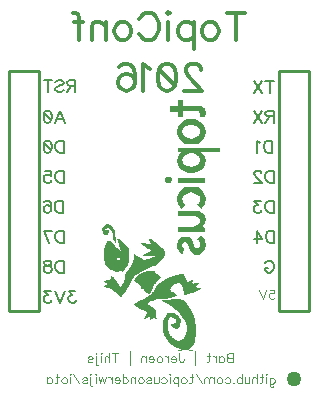
<source format=gbo>
G04 DipTrace 2.4.0.2*
%INiota.GBO*%
%MOMM*%
%ADD10C,0.25*%
%ADD12C,0.076*%
%ADD17C,0.356*%
%ADD18C,1.27*%
%ADD57C,0.157*%
%ADD58C,0.118*%
%FSLAX53Y53*%
G04*
G71*
G90*
G75*
G01*
%LNBotSilk*%
%LPD*%
X35411Y16996D2*
D10*
Y37316D1*
X32871Y16996D2*
X35411D1*
X32871D2*
Y37316D1*
X35411D1*
X12551Y16996D2*
Y37316D1*
X10011Y16996D2*
X12551D1*
X10011D2*
Y37316D1*
X12551D1*
D18*
X34141Y11281D3*
X24326Y34859D2*
D12*
X24630D1*
X24326Y34783D2*
X24630D1*
X24326Y34707D2*
X24630D1*
X24326Y34631D2*
X24630D1*
X24326Y34555D2*
X24630D1*
X24326Y34479D2*
X24630D1*
X23642Y34403D2*
X26226D1*
X23642Y34327D2*
X26334D1*
X23642Y34251D2*
X26419D1*
X23642Y34175D2*
X26478D1*
X23642Y34099D2*
X26518D1*
X23642Y34023D2*
X26551D1*
X24326Y33947D2*
X24630D1*
X26070D2*
X26576D1*
X24326Y33871D2*
X24630D1*
X26131D2*
X26589D1*
X24326Y33795D2*
X24630D1*
X26177D2*
X26587D1*
X24326Y33719D2*
X24630D1*
X26176D2*
X26572D1*
X24326Y33643D2*
X24630D1*
X26167D2*
X26554D1*
X24326Y33567D2*
X24630D1*
X26158D2*
X26540D1*
X24326Y33491D2*
X24630D1*
X26150D2*
X26530D1*
X25086Y33263D2*
X25694D1*
X24914Y33187D2*
X25866D1*
X24771Y33111D2*
X26011D1*
X24659Y33035D2*
X26130D1*
X24569Y32959D2*
X26232D1*
X24495Y32883D2*
X26314D1*
X24437Y32807D2*
X25025D1*
X25755D2*
X26376D1*
X24390Y32731D2*
X24905D1*
X25875D2*
X26426D1*
X24348Y32655D2*
X24806D1*
X25973D2*
X26467D1*
X24311Y32579D2*
X24730D1*
X26049D2*
X26500D1*
X24282Y32503D2*
X24677D1*
X26103D2*
X26527D1*
X24265Y32427D2*
X24640D1*
X26140D2*
X26554D1*
X24256Y32351D2*
X24611D1*
X26171D2*
X26577D1*
X24252Y32275D2*
X24589D1*
X26194D2*
X26589D1*
X24251Y32199D2*
X24597D1*
X26206D2*
X26587D1*
X24253Y32123D2*
X24612D1*
X26188D2*
X26573D1*
X24263Y32047D2*
X24633D1*
X26160D2*
X26554D1*
X24281Y31971D2*
X24663D1*
X26124D2*
X26538D1*
X24303Y31895D2*
X24710D1*
X26073D2*
X26519D1*
X24329Y31819D2*
X24791D1*
X25993D2*
X26488D1*
X24367Y31743D2*
X24923D1*
X25873D2*
X26446D1*
X24421Y31667D2*
X25131D1*
X25695D2*
X26400D1*
X24486Y31591D2*
X25426D1*
X25449D2*
X26346D1*
X24557Y31515D2*
X26275D1*
X24637Y31439D2*
X26183D1*
X24736Y31363D2*
X26067D1*
X24864Y31287D2*
X25926D1*
X25010Y31211D2*
X25770D1*
X24326Y30831D2*
X27822D1*
X24327Y30755D2*
X27822D1*
X24335Y30679D2*
X27822D1*
X24356Y30603D2*
X27822D1*
X24445Y30527D2*
X27822D1*
X24554Y30451D2*
X25347D1*
X25532D2*
X26199D1*
X24481Y30375D2*
X25119D1*
X25725D2*
X26300D1*
X24417Y30299D2*
X24947D1*
X25873D2*
X26379D1*
X24370Y30223D2*
X24823D1*
X25978D2*
X26442D1*
X24334Y30147D2*
X24734D1*
X26056D2*
X26488D1*
X24304Y30071D2*
X24670D1*
X26114D2*
X26522D1*
X24279Y29995D2*
X24622D1*
X26159D2*
X26552D1*
X24263Y29919D2*
X24585D1*
X26195D2*
X26576D1*
X24256Y29843D2*
X24581D1*
X26199D2*
X26589D1*
X24252Y29767D2*
X24594D1*
X26186D2*
X26587D1*
X24254Y29691D2*
X24620D1*
X26160D2*
X26573D1*
X24263Y29615D2*
X24653D1*
X26127D2*
X26554D1*
X24281Y29539D2*
X24694D1*
X26085D2*
X26538D1*
X24303Y29463D2*
X24744D1*
X26035D2*
X26519D1*
X24329Y29387D2*
X24863D1*
X25916D2*
X26488D1*
X24367Y29311D2*
X25065D1*
X25715D2*
X26446D1*
X24421Y29235D2*
X25382D1*
X25397D2*
X26397D1*
X24486Y29159D2*
X26336D1*
X24561Y29083D2*
X26253D1*
X24653Y29007D2*
X26147D1*
X24782Y28931D2*
X26007D1*
X24959Y28855D2*
X25825D1*
X25162Y28779D2*
X25618D1*
X23262Y28399D2*
X23642D1*
X23236Y28323D2*
X23677D1*
X24326D2*
X26530D1*
X23213Y28247D2*
X23698D1*
X24326D2*
X26530D1*
X23202Y28171D2*
X23707D1*
X24326D2*
X26530D1*
X23200Y28095D2*
X23700D1*
X24326D2*
X26530D1*
X23227Y28019D2*
X23676D1*
X24326D2*
X26530D1*
X23262Y27943D2*
X23642D1*
X24326D2*
X26530D1*
X24858Y27487D2*
X25922D1*
X24756Y27411D2*
X26056D1*
X24657Y27335D2*
X26167D1*
X24570Y27259D2*
X26249D1*
X24496Y27183D2*
X26316D1*
X24438Y27107D2*
X25180D1*
X25600D2*
X26374D1*
X24390Y27031D2*
X24996D1*
X25783D2*
X26424D1*
X24348Y26955D2*
X24853D1*
X25927D2*
X26465D1*
X24311Y26879D2*
X24751D1*
X26028D2*
X26499D1*
X24282Y26803D2*
X24676D1*
X26103D2*
X26527D1*
X24265Y26727D2*
X24641D1*
X26139D2*
X26554D1*
X24256Y26651D2*
X24612D1*
X26170D2*
X26577D1*
X24252Y26575D2*
X24589D1*
X26193D2*
X26589D1*
X24251Y26499D2*
X24597D1*
X26206D2*
X26587D1*
X24253Y26423D2*
X24613D1*
X26187D2*
X26573D1*
X24263Y26347D2*
X24635D1*
X26158D2*
X26554D1*
X24281Y26271D2*
X24672D1*
X26115D2*
X26539D1*
X24303Y26195D2*
X24725D1*
X26058D2*
X26522D1*
X24329Y26119D2*
X24789D1*
X25992D2*
X26498D1*
X24367Y26043D2*
X24858D1*
X25922D2*
X26464D1*
X24418Y25967D2*
X24782D1*
X25998D2*
X26420D1*
X24471Y25891D2*
X24706D1*
X26074D2*
X26362D1*
X24516Y25815D2*
X24630D1*
X26150D2*
X26296D1*
X24554Y25739D2*
D3*
X26226D2*
D3*
X24326Y25511D2*
X25998D1*
X24326Y25435D2*
X26144D1*
X24326Y25359D2*
X26263D1*
X24326Y25283D2*
X26358D1*
X24326Y25207D2*
X26432D1*
X24326Y25131D2*
X26484D1*
X25904Y25055D2*
X26520D1*
X26014Y24979D2*
X26551D1*
X26094Y24903D2*
X26574D1*
X26156Y24827D2*
X26586D1*
X26185Y24751D2*
X26571D1*
X26180Y24675D2*
X26553D1*
X26166Y24599D2*
X26538D1*
X26143Y24523D2*
X26519D1*
X26111Y24447D2*
X26485D1*
X18246Y24371D2*
X18398D1*
X26025D2*
X26433D1*
X18144Y24295D2*
X18509D1*
X25897D2*
X26370D1*
X18049Y24219D2*
X18607D1*
X25729D2*
X26302D1*
X17971Y24143D2*
X18291D1*
X18383D2*
X18691D1*
X24326D2*
X26407D1*
X17911Y24067D2*
X18137D1*
X18503D2*
X18762D1*
X24326D2*
X26485D1*
X17893Y23991D2*
X18067D1*
X18602D2*
X18819D1*
X24326D2*
X26509D1*
X17904Y23915D2*
X18047D1*
X18170D2*
X18322D1*
X18677D2*
X18863D1*
X24326D2*
X26521D1*
X17922Y23839D2*
X18074D1*
X18200D2*
X18354D1*
X18736D2*
X18895D1*
X24326D2*
X26527D1*
X17944Y23763D2*
X18154D1*
X18190D2*
X18374D1*
X18758D2*
X18914D1*
X24326D2*
X26530D1*
X17969Y23687D2*
X18360D1*
X18769D2*
X18923D1*
X17994Y23611D2*
X18341D1*
X18775D2*
X18927D1*
X18018Y23536D2*
X18322D1*
X18777D2*
X18929D1*
X18778Y23460D2*
X18930D1*
X18781Y23384D2*
X18933D1*
X26150D2*
X26302D1*
X18791Y23308D2*
X18943D1*
X24554D2*
X25238D1*
X26074D2*
X26366D1*
X18812Y23232D2*
X18961D1*
X24504D2*
X25311D1*
X25998D2*
X26420D1*
X18841Y23156D2*
X18980D1*
X19158D2*
D3*
X21818D2*
X21894D1*
X24453D2*
X25374D1*
X25922D2*
X26463D1*
X18876Y23080D2*
X18994D1*
X19184D2*
X19310D1*
X21856D2*
X22008D1*
X24402D2*
X25422D1*
X25995D2*
X26496D1*
X18914Y23004D2*
X19001D1*
X19210D2*
X19386D1*
X21900D2*
X22115D1*
X24354D2*
X25457D1*
X26061D2*
X26517D1*
X18322Y22928D2*
X18550D1*
X18958D2*
X19004D1*
X19234D2*
X19462D1*
X21944D2*
X22221D1*
X24314D2*
X24785D1*
X24916D2*
X25488D1*
X26116D2*
X26536D1*
X18275Y22852D2*
X18626D1*
X19006D2*
D3*
X19260D2*
X19541D1*
X21984D2*
X22324D1*
X24283D2*
X24718D1*
X25024D2*
X25516D1*
X26159D2*
X26558D1*
X18232Y22776D2*
X18702D1*
X19285D2*
X19627D1*
X21210D2*
X21286D1*
X22017D2*
X22425D1*
X24265D2*
X24661D1*
X25107D2*
X25541D1*
X26188D2*
X26579D1*
X18191Y22700D2*
X18778D1*
X19309D2*
X19721D1*
X21298D2*
X21849D1*
X22046D2*
X22527D1*
X24256D2*
X24608D1*
X25147D2*
X25567D1*
X26204D2*
X26590D1*
X18155Y22624D2*
X18854D1*
X19335D2*
X19816D1*
X21396D2*
X22629D1*
X24252D2*
X24554D1*
X25181D2*
X25593D1*
X26187D2*
X26588D1*
X18126Y22548D2*
X18930D1*
X19358D2*
X19902D1*
X21504D2*
X22726D1*
X24251D2*
X24592D1*
X25211D2*
X25621D1*
X26157D2*
X26573D1*
X18106Y22472D2*
X19006D1*
X19376D2*
X19973D1*
X21621D2*
X22818D1*
X24253D2*
X24626D1*
X25236D2*
X25656D1*
X26108D2*
X26554D1*
X18088Y22396D2*
X19082D1*
X19393D2*
X20029D1*
X21741D2*
X22896D1*
X24263D2*
X24665D1*
X25263D2*
X25740D1*
X26028D2*
X26539D1*
X18066Y22320D2*
X19158D1*
X19415D2*
X20050D1*
X21850D2*
X22957D1*
X24284D2*
X24705D1*
X25289D2*
X25858D1*
X25910D2*
X26519D1*
X18045Y22244D2*
X19234D1*
X19439D2*
X20061D1*
X21934D2*
X23007D1*
X24316D2*
X24737D1*
X25316D2*
X26485D1*
X18031Y22168D2*
X19310D1*
X19462D2*
X20067D1*
X22002D2*
X23050D1*
X24360D2*
X24729D1*
X25355D2*
X26433D1*
X18023Y22092D2*
X20069D1*
X21945D2*
X23089D1*
X24417D2*
X24694D1*
X25415D2*
X26363D1*
X18020Y22016D2*
X19422D1*
X19502D2*
X20069D1*
X21819D2*
X23122D1*
X24484D2*
X24660D1*
X25503D2*
X26269D1*
X18019Y21940D2*
X20070D1*
X21672D2*
X23148D1*
X24554D2*
X24630D1*
X25626D2*
X26143D1*
X18018Y21864D2*
X20070D1*
X20602D2*
D3*
X21518D2*
X23139D1*
X25770D2*
X25998D1*
X18018Y21788D2*
X20070D1*
X20602D2*
X20678D1*
X21362D2*
X23117D1*
X18018Y21712D2*
X20070D1*
X20602D2*
X20792D1*
X22339D2*
X23086D1*
X18021Y21636D2*
X20070D1*
X20599D2*
X20899D1*
X22299D2*
X23048D1*
X18031Y21560D2*
X20070D1*
X20589D2*
X21003D1*
X22192D2*
X23001D1*
X18049Y21484D2*
X19082D1*
X19386D2*
X20070D1*
X20571D2*
X21105D1*
X22030D2*
X22943D1*
X18069Y21408D2*
X19006D1*
X19462D2*
X20070D1*
X20549D2*
X21225D1*
X21786D2*
X22875D1*
X18085Y21332D2*
X19189D1*
X19279D2*
X20070D1*
X20526D2*
X21390D1*
X21449D2*
X22803D1*
X18101Y21256D2*
X20067D1*
X20500D2*
X22726D1*
X18123Y21180D2*
X20057D1*
X20475D2*
X22641D1*
X18147Y21104D2*
X20039D1*
X20450D2*
X22543D1*
X18170Y21028D2*
X20016D1*
X20422D2*
X22433D1*
X18199Y20952D2*
X19990D1*
X20389D2*
X22303D1*
X18235Y20876D2*
X19953D1*
X20350D2*
X22151D1*
X18286Y20800D2*
X19899D1*
X20304D2*
X21986D1*
X18367Y20724D2*
X19837D1*
X20248D2*
X21812D1*
X18489Y20648D2*
X19776D1*
X20188D2*
X21629D1*
X18654Y20572D2*
X19720D1*
X20126D2*
X21444D1*
X18858Y20496D2*
X19668D1*
X20061D2*
X21270D1*
X19082Y20420D2*
X19234D1*
X19614D2*
D3*
X19993D2*
X21111D1*
X21666D2*
X22274D1*
X19932Y20344D2*
X20973D1*
X21456D2*
X22309D1*
X19888Y20268D2*
X20861D1*
X21272D2*
X22333D1*
X19863Y20192D2*
X20767D1*
X21126D2*
X22502D1*
X19851Y20116D2*
X20683D1*
X21012D2*
X22555D1*
X24554D2*
X24706D1*
X19845Y20040D2*
X20607D1*
X20918D2*
X22628D1*
X24207D2*
X24753D1*
X18626Y19964D2*
D3*
X19840D2*
X20539D1*
X20837D2*
X22715D1*
X23903D2*
X24796D1*
X18640Y19888D2*
X18778D1*
X19830D2*
X20481D1*
X20768D2*
X22806D1*
X23655D2*
X24837D1*
X18667Y19812D2*
X18851D1*
X19811D2*
X20427D1*
X20710D2*
X22718D1*
X23455D2*
X24876D1*
X18702Y19736D2*
X18917D1*
X19789D2*
X20374D1*
X20656D2*
X22624D1*
X23290D2*
X24914D1*
X25542D2*
D3*
X18377Y19660D2*
X18975D1*
X19765D2*
X20326D1*
X20602D2*
X22531D1*
X23150D2*
X24953D1*
X25466D2*
D3*
X18018Y19584D2*
X19029D1*
X19737D2*
X20283D1*
X20713D2*
X22451D1*
X23026D2*
X24993D1*
X25300D2*
X25466D1*
X18197Y19508D2*
X19081D1*
X19705D2*
X20243D1*
X20811D2*
X22386D1*
X22914D2*
X24189D1*
X24372D2*
X25037D1*
X25121D2*
X25439D1*
X18375Y19432D2*
X19129D1*
X19669D2*
X20204D1*
X20898D2*
X22329D1*
X22809D2*
X24068D1*
X24464D2*
X25413D1*
X18550Y19356D2*
X19173D1*
X19632D2*
X20165D1*
X20978D2*
X22275D1*
X22709D2*
X23967D1*
X24527D2*
X25390D1*
X25694D2*
X25998D1*
X18363Y19280D2*
X19213D1*
X19594D2*
X20127D1*
X21053D2*
X22227D1*
X22619D2*
X23878D1*
X24580D2*
X25896D1*
X18187Y19204D2*
X19253D1*
X19551D2*
X20086D1*
X21118D2*
X22183D1*
X22546D2*
X23797D1*
X24629D2*
X25797D1*
X18018Y19128D2*
X19293D1*
X19491D2*
X20041D1*
X21163D2*
X22143D1*
X22485D2*
X23722D1*
X24668D2*
X25705D1*
X18371Y19052D2*
X19337D1*
X19408D2*
X19992D1*
X21191D2*
X22106D1*
X22429D2*
X23658D1*
X24700D2*
X25618D1*
X18609Y18976D2*
X19943D1*
X21362D2*
X22075D1*
X22379D2*
X23607D1*
X24729D2*
X26150D1*
X18770Y18900D2*
X19893D1*
X21403D2*
X22048D1*
X22335D2*
X23592D1*
X24753D2*
X26021D1*
X18818Y18824D2*
X19841D1*
X21457D2*
X22018D1*
X22292D2*
X23612D1*
X24771D2*
X25869D1*
X19006Y18748D2*
X19791D1*
X21522D2*
X21982D1*
X22246D2*
X23676D1*
X24789D2*
X25696D1*
X19047Y18672D2*
X19741D1*
X21593D2*
X21937D1*
X22196D2*
X23758D1*
X24810D2*
X25507D1*
X19101Y18596D2*
X19689D1*
X21667D2*
X21880D1*
X22146D2*
X23851D1*
X24831D2*
X25312D1*
X19169Y18520D2*
X19639D1*
X21742D2*
X21818D1*
X22090D2*
X23950D1*
X24846D2*
X25120D1*
X19252Y18444D2*
X19586D1*
X22017D2*
X24058D1*
X24858D2*
X24934D1*
X19352Y18368D2*
X19526D1*
X21920D2*
X24174D1*
X19462Y18292D2*
D3*
X21807D2*
X23861D1*
X21687Y18216D2*
X23559D1*
X21561Y18140D2*
X23262D1*
X21427Y18064D2*
X22292D1*
X23946D2*
X24402D1*
X21290Y17988D2*
X22108D1*
X23459D2*
X24583D1*
X21150Y17912D2*
X21962D1*
X22958D2*
X24721D1*
X21004Y17836D2*
X21848D1*
X23119D2*
X24821D1*
X20858Y17760D2*
X21754D1*
X23279D2*
X24893D1*
X20725Y17684D2*
X21670D1*
X23430D2*
X24956D1*
X20602Y17608D2*
X21590D1*
X23566D2*
X25018D1*
X20716Y17532D2*
X21753D1*
X23691D2*
X25078D1*
X20836Y17456D2*
X21918D1*
X23807D2*
X25133D1*
X20959Y17380D2*
X22067D1*
X23913D2*
X25185D1*
X21087Y17304D2*
X22181D1*
X24007D2*
X25237D1*
X21226Y17228D2*
X22257D1*
X24091D2*
X25285D1*
X21374Y17152D2*
X22313D1*
X24171D2*
X25329D1*
X21518Y17076D2*
X22332D1*
X24249D2*
X25369D1*
X21639Y17000D2*
X22342D1*
X24325D2*
X25408D1*
X21742Y16924D2*
X22347D1*
X24399D2*
X25447D1*
X21692Y16848D2*
X22349D1*
X23414D2*
X23946D1*
X24465D2*
X25485D1*
X21642Y16772D2*
X22349D1*
X23376D2*
X24068D1*
X24523D2*
X25522D1*
X21592Y16696D2*
X22350D1*
X23331D2*
X24182D1*
X24576D2*
X25558D1*
X21550Y16620D2*
X21742D1*
X21879D2*
X22350D1*
X23285D2*
X24279D1*
X24629D2*
X25589D1*
X21514Y16544D2*
X21590D1*
X21923D2*
X22134D1*
X22274D2*
X22350D1*
X23236D2*
X23569D1*
X23855D2*
X24352D1*
X24680D2*
X25615D1*
X21438Y16468D2*
D3*
X21949D2*
X22077D1*
X22426D2*
D3*
X23188D2*
X23506D1*
X23972D2*
X24405D1*
X24731D2*
X25642D1*
X21962Y16392D2*
X22024D1*
X23148D2*
X23461D1*
X24061D2*
X24441D1*
X24782D2*
X25666D1*
X21970Y16316D2*
D3*
X23116D2*
X23435D1*
X24128D2*
X24461D1*
X24832D2*
X25680D1*
X23087Y16240D2*
X23422D1*
X24151D2*
X24468D1*
X24882D2*
X25688D1*
X23063Y16164D2*
X23417D1*
X24165D2*
X24462D1*
X24931D2*
X25692D1*
X23047Y16088D2*
X23412D1*
X24148D2*
X24446D1*
X24969D2*
X25696D1*
X23040Y16012D2*
X23402D1*
X24074D2*
X24427D1*
X24994D2*
X25706D1*
X23036Y15936D2*
X23386D1*
X23718D2*
D3*
X23907D2*
X24411D1*
X25014D2*
X25724D1*
X23035Y15860D2*
X23376D1*
X23729D2*
X24394D1*
X25038D2*
X25744D1*
X23034Y15784D2*
X23381D1*
X23768D2*
X24370D1*
X25059D2*
X25757D1*
X23034Y15708D2*
X23393D1*
X23858D2*
X24337D1*
X25073D2*
X25764D1*
X23034Y15632D2*
X23404D1*
X23972D2*
X24296D1*
X25080D2*
X25768D1*
X23034Y15556D2*
X23409D1*
X24098D2*
X24250D1*
X25083D2*
X25769D1*
X23037Y15480D2*
X23412D1*
X25082D2*
X25769D1*
X23046Y15404D2*
X23416D1*
X25073D2*
X25770D1*
X23065Y15328D2*
X23426D1*
X25054D2*
X25770D1*
X23087Y15252D2*
X23448D1*
X25032D2*
X25770D1*
X23110Y15176D2*
X23480D1*
X25009D2*
X25769D1*
X23138Y15100D2*
X23524D1*
X24981D2*
X25767D1*
X23171Y15024D2*
X23579D1*
X24949D2*
X25757D1*
X23207Y14948D2*
X23636D1*
X24913D2*
X25739D1*
X23246Y14872D2*
X23692D1*
X24876D2*
X25719D1*
X23291Y14796D2*
X23757D1*
X24838D2*
X25706D1*
X23340Y14720D2*
X23839D1*
X24796D2*
X25699D1*
X23389Y14644D2*
X23945D1*
X24747D2*
X25693D1*
X23442Y14568D2*
X24101D1*
X24605D2*
X25682D1*
X23503Y14492D2*
X24339D1*
X24379D2*
X25663D1*
X23572Y14416D2*
X25640D1*
X23647Y14340D2*
X25615D1*
X23731Y14264D2*
X25579D1*
X23826Y14188D2*
X25535D1*
X23926Y14112D2*
X25489D1*
X24041Y14036D2*
X25434D1*
X24205Y13960D2*
X25366D1*
X24484Y13884D2*
X25150D1*
X24924Y13808D2*
X24787D1*
X24326Y34859D2*
Y34783D1*
Y34707D1*
Y34631D1*
Y34555D1*
Y34479D1*
Y34403D1*
X23642D1*
Y34327D1*
Y34251D1*
Y34175D1*
Y34099D1*
Y34023D1*
Y33947D1*
X24326D1*
Y33871D1*
Y33795D1*
Y33719D1*
Y33643D1*
Y33567D1*
Y33491D1*
X24630Y34859D2*
Y34783D1*
Y34707D1*
Y34631D1*
Y34555D1*
Y34479D1*
Y34403D1*
X26226D2*
X26334Y34327D1*
X26419Y34251D1*
X26478Y34175D1*
X26518Y34099D1*
X26551Y34023D1*
X26576Y33947D1*
X26589Y33871D1*
X26587Y33795D1*
X26572Y33719D1*
X26554Y33643D1*
X26540Y33567D1*
X26530Y33491D1*
X24630Y34023D2*
Y33947D1*
Y33871D1*
Y33795D1*
Y33719D1*
Y33643D1*
Y33567D1*
Y33491D1*
X25998Y34023D2*
X26070Y33947D1*
X26131Y33871D1*
X26177Y33795D1*
X26176Y33719D1*
X26167Y33643D1*
X26158Y33567D1*
X26150Y33491D1*
X25086Y33263D2*
X24914Y33187D1*
X24771Y33111D1*
X24659Y33035D1*
X24569Y32959D1*
X24495Y32883D1*
X24437Y32807D1*
X24390Y32731D1*
X24348Y32655D1*
X24311Y32579D1*
X24282Y32503D1*
X24265Y32427D1*
X24256Y32351D1*
X24252Y32275D1*
X24251Y32199D1*
X24253Y32123D1*
X24263Y32047D1*
X24281Y31971D1*
X24303Y31895D1*
X24329Y31819D1*
X24367Y31743D1*
X24421Y31667D1*
X24486Y31591D1*
X24557Y31515D1*
X24637Y31439D1*
X24736Y31363D1*
X24864Y31287D1*
X25010Y31211D1*
X25694Y33263D2*
X25866Y33187D1*
X26011Y33111D1*
X26130Y33035D1*
X26232Y32959D1*
X26314Y32883D1*
X26376Y32807D1*
X26426Y32731D1*
X26467Y32655D1*
X26500Y32579D1*
X26527Y32503D1*
X26554Y32427D1*
X26577Y32351D1*
X26589Y32275D1*
X26587Y32199D1*
X26573Y32123D1*
X26554Y32047D1*
X26538Y31971D1*
X26519Y31895D1*
X26488Y31819D1*
X26446Y31743D1*
X26400Y31667D1*
X26346Y31591D1*
X26275Y31515D1*
X26183Y31439D1*
X26067Y31363D1*
X25926Y31287D1*
X25770Y31211D1*
X25162Y32883D2*
X25025Y32807D1*
X24905Y32731D1*
X24806Y32655D1*
X24730Y32579D1*
X24677Y32503D1*
X24640Y32427D1*
X24611Y32351D1*
X24589Y32275D1*
X24597Y32199D1*
X24612Y32123D1*
X24633Y32047D1*
X24663Y31971D1*
X24710Y31895D1*
X24791Y31819D1*
X24923Y31743D1*
X25131Y31667D1*
X25426Y31591D1*
X25770Y31515D1*
X25618Y32883D2*
X25755Y32807D1*
X25875Y32731D1*
X25973Y32655D1*
X26049Y32579D1*
X26103Y32503D1*
X26140Y32427D1*
X26171Y32351D1*
X26194Y32275D1*
X26206Y32199D1*
X26188Y32123D1*
X26160Y32047D1*
X26124Y31971D1*
X26073Y31895D1*
X25993Y31819D1*
X25873Y31743D1*
X25695Y31667D1*
X25449Y31591D1*
X25162Y31515D1*
X24326Y30831D2*
X24327Y30755D1*
X24335Y30679D1*
X24356Y30603D1*
X24445Y30527D1*
X24554Y30451D1*
X24481Y30375D1*
X24417Y30299D1*
X24370Y30223D1*
X24334Y30147D1*
X24304Y30071D1*
X24279Y29995D1*
X24263Y29919D1*
X24256Y29843D1*
X24252Y29767D1*
X24254Y29691D1*
X24263Y29615D1*
X24281Y29539D1*
X24303Y29463D1*
X24329Y29387D1*
X24367Y29311D1*
X24421Y29235D1*
X24486Y29159D1*
X24561Y29083D1*
X24653Y29007D1*
X24782Y28931D1*
X24959Y28855D1*
X25162Y28779D1*
X27822Y30831D2*
Y30755D1*
Y30679D1*
Y30603D1*
Y30527D1*
X25618D2*
X25347Y30451D1*
X25119Y30375D1*
X24947Y30299D1*
X24823Y30223D1*
X24734Y30147D1*
X24670Y30071D1*
X24622Y29995D1*
X24585Y29919D1*
X24581Y29843D1*
X24594Y29767D1*
X24620Y29691D1*
X24653Y29615D1*
X24694Y29539D1*
X24744Y29463D1*
X24863Y29387D1*
X25065Y29311D1*
X25382Y29235D1*
X25770Y29159D1*
X25314Y30527D2*
X25532Y30451D1*
X25725Y30375D1*
X25873Y30299D1*
X25978Y30223D1*
X26056Y30147D1*
X26114Y30071D1*
X26159Y29995D1*
X26195Y29919D1*
X26199Y29843D1*
X26186Y29767D1*
X26160Y29691D1*
X26127Y29615D1*
X26085Y29539D1*
X26035Y29463D1*
X25916Y29387D1*
X25715Y29311D1*
X25397Y29235D1*
X25010Y29159D1*
X26074Y30527D2*
X26199Y30451D1*
X26300Y30375D1*
X26379Y30299D1*
X26442Y30223D1*
X26488Y30147D1*
X26522Y30071D1*
X26552Y29995D1*
X26576Y29919D1*
X26589Y29843D1*
X26587Y29767D1*
X26573Y29691D1*
X26554Y29615D1*
X26538Y29539D1*
X26519Y29463D1*
X26488Y29387D1*
X26446Y29311D1*
X26397Y29235D1*
X26336Y29159D1*
X26253Y29083D1*
X26147Y29007D1*
X26007Y28931D1*
X25825Y28855D1*
X25618Y28779D1*
X23262Y28399D2*
X23236Y28323D1*
X23213Y28247D1*
X23202Y28171D1*
X23200Y28095D1*
X23227Y28019D1*
X23262Y27943D1*
X23642Y28399D2*
X23677Y28323D1*
X23698Y28247D1*
X23707Y28171D1*
X23700Y28095D1*
X23676Y28019D1*
X23642Y27943D1*
X24326Y28323D2*
Y28247D1*
Y28171D1*
Y28095D1*
Y28019D1*
Y27943D1*
X26530Y28323D2*
Y28247D1*
Y28171D1*
Y28095D1*
Y28019D1*
Y27943D1*
X24858Y27487D2*
X24756Y27411D1*
X24657Y27335D1*
X24570Y27259D1*
X24496Y27183D1*
X24438Y27107D1*
X24390Y27031D1*
X24348Y26955D1*
X24311Y26879D1*
X24282Y26803D1*
X24265Y26727D1*
X24256Y26651D1*
X24252Y26575D1*
X24251Y26499D1*
X24253Y26423D1*
X24263Y26347D1*
X24281Y26271D1*
X24303Y26195D1*
X24329Y26119D1*
X24367Y26043D1*
X24418Y25967D1*
X24471Y25891D1*
X24516Y25815D1*
X24554Y25739D1*
X25922Y27487D2*
X26056Y27411D1*
X26167Y27335D1*
X26249Y27259D1*
X26316Y27183D1*
X26374Y27107D1*
X26424Y27031D1*
X26465Y26955D1*
X26499Y26879D1*
X26527Y26803D1*
X26554Y26727D1*
X26577Y26651D1*
X26589Y26575D1*
X26587Y26499D1*
X26573Y26423D1*
X26554Y26347D1*
X26539Y26271D1*
X26522Y26195D1*
X26498Y26119D1*
X26464Y26043D1*
X26420Y25967D1*
X26362Y25891D1*
X26296Y25815D1*
X26226Y25739D1*
X25390Y27183D2*
X25180Y27107D1*
X24996Y27031D1*
X24853Y26955D1*
X24751Y26879D1*
X24676Y26803D1*
X24641Y26727D1*
X24612Y26651D1*
X24589Y26575D1*
X24597Y26499D1*
X24613Y26423D1*
X24635Y26347D1*
X24672Y26271D1*
X24725Y26195D1*
X24789Y26119D1*
X24858Y26043D1*
X24782Y25967D1*
X24706Y25891D1*
X24630Y25815D1*
X24554Y25739D1*
X25390Y27183D2*
X25600Y27107D1*
X25783Y27031D1*
X25927Y26955D1*
X26028Y26879D1*
X26103Y26803D1*
X26139Y26727D1*
X26170Y26651D1*
X26193Y26575D1*
X26206Y26499D1*
X26187Y26423D1*
X26158Y26347D1*
X26115Y26271D1*
X26058Y26195D1*
X25992Y26119D1*
X25922Y26043D1*
X25998Y25967D1*
X26074Y25891D1*
X26150Y25815D1*
X26226Y25739D1*
X24326Y25511D2*
Y25435D1*
Y25359D1*
Y25283D1*
Y25207D1*
Y25131D1*
X25998Y25511D2*
X26144Y25435D1*
X26263Y25359D1*
X26358Y25283D1*
X26432Y25207D1*
X26484Y25131D1*
X26520Y25055D1*
X26551Y24979D1*
X26574Y24903D1*
X26586Y24827D1*
X26571Y24751D1*
X26553Y24675D1*
X26538Y24599D1*
X26519Y24523D1*
X26485Y24447D1*
X26433Y24371D1*
X26370Y24295D1*
X26302Y24219D1*
X26407Y24143D1*
X26485Y24067D1*
X26509Y23991D1*
X26521Y23915D1*
X26527Y23839D1*
X26530Y23763D1*
X25770Y25131D2*
X25904Y25055D1*
X26014Y24979D1*
X26094Y24903D1*
X26156Y24827D1*
X26185Y24751D1*
X26180Y24675D1*
X26166Y24599D1*
X26143Y24523D1*
X26111Y24447D1*
X26025Y24371D1*
X25897Y24295D1*
X25729Y24219D1*
X25542Y24143D1*
X18246Y24371D2*
X18144Y24295D1*
X18049Y24219D1*
X17971Y24143D1*
X17911Y24067D1*
X17893Y23991D1*
X17904Y23915D1*
X17922Y23839D1*
X17944Y23763D1*
X17969Y23687D1*
X17994Y23611D1*
X18018Y23536D1*
X18398Y24371D2*
X18509Y24295D1*
X18607Y24219D1*
X18691Y24143D1*
X18762Y24067D1*
X18819Y23991D1*
X18863Y23915D1*
X18895Y23839D1*
X18914Y23763D1*
X18923Y23687D1*
X18927Y23611D1*
X18929Y23536D1*
X18930Y23460D1*
X18933Y23384D1*
X18943Y23308D1*
X18961Y23232D1*
X18980Y23156D1*
X18994Y23080D1*
X19001Y23004D1*
X19004Y22928D1*
X19006Y22852D1*
X18474Y24219D2*
X18291Y24143D1*
X18137Y24067D1*
X18067Y23991D1*
X18047Y23915D1*
X18074Y23839D1*
X18154Y23763D1*
X18246Y23687D1*
Y24219D2*
X18383Y24143D1*
X18503Y24067D1*
X18602Y23991D1*
X18677Y23915D1*
X18736Y23839D1*
X18758Y23763D1*
X18769Y23687D1*
X18775Y23611D1*
X18777Y23536D1*
X18778Y23460D1*
X18781Y23384D1*
X18791Y23308D1*
X18812Y23232D1*
X18841Y23156D1*
X18876Y23080D1*
X18914Y23004D1*
X18958Y22928D1*
X19006Y22852D1*
X24326Y24143D2*
Y24067D1*
Y23991D1*
Y23915D1*
Y23839D1*
Y23763D1*
X18170Y23915D2*
X18200Y23839D1*
X18190Y23763D1*
X18170Y23687D1*
X18322Y23915D2*
X18354Y23839D1*
X18374Y23763D1*
X18360Y23687D1*
X18341Y23611D1*
X18322Y23536D1*
X26150Y23384D2*
X26074Y23308D1*
X25998Y23232D1*
X25922Y23156D1*
X25995Y23080D1*
X26061Y23004D1*
X26116Y22928D1*
X26159Y22852D1*
X26188Y22776D1*
X26204Y22700D1*
X26187Y22624D1*
X26157Y22548D1*
X26108Y22472D1*
X26028Y22396D1*
X25910Y22320D1*
X25770Y22244D1*
X26302Y23384D2*
X26366Y23308D1*
X26420Y23232D1*
X26463Y23156D1*
X26496Y23080D1*
X26517Y23004D1*
X26536Y22928D1*
X26558Y22852D1*
X26579Y22776D1*
X26590Y22700D1*
X26588Y22624D1*
X26573Y22548D1*
X26554Y22472D1*
X26539Y22396D1*
X26519Y22320D1*
X26485Y22244D1*
X26433Y22168D1*
X26363Y22092D1*
X26269Y22016D1*
X26143Y21940D1*
X25998Y21864D1*
X24554Y23308D2*
X24504Y23232D1*
X24453Y23156D1*
X24402Y23080D1*
X24354Y23004D1*
X24314Y22928D1*
X24283Y22852D1*
X24265Y22776D1*
X24256Y22700D1*
X24252Y22624D1*
X24251Y22548D1*
X24253Y22472D1*
X24263Y22396D1*
X24284Y22320D1*
X24316Y22244D1*
X24360Y22168D1*
X24417Y22092D1*
X24484Y22016D1*
X24554Y21940D1*
X25238Y23308D2*
X25311Y23232D1*
X25374Y23156D1*
X25422Y23080D1*
X25457Y23004D1*
X25488Y22928D1*
X25516Y22852D1*
X25541Y22776D1*
X25567Y22700D1*
X25593Y22624D1*
X25621Y22548D1*
X25656Y22472D1*
X25740Y22396D1*
X25858Y22320D1*
X25998Y22244D1*
X19158Y23156D2*
X19184Y23080D1*
X19210Y23004D1*
X19234Y22928D1*
X19260Y22852D1*
X19285Y22776D1*
X19309Y22700D1*
X19335Y22624D1*
X19358Y22548D1*
X19376Y22472D1*
X19393Y22396D1*
X19415Y22320D1*
X19439Y22244D1*
X19462Y22168D1*
X21818Y23156D2*
X21856Y23080D1*
X21900Y23004D1*
X21944Y22928D1*
X21984Y22852D1*
X22017Y22776D1*
X22046Y22700D1*
X21818Y22624D1*
X21894Y23156D2*
X22008Y23080D1*
X22115Y23004D1*
X22221Y22928D1*
X22324Y22852D1*
X22425Y22776D1*
X22527Y22700D1*
X22629Y22624D1*
X22726Y22548D1*
X22818Y22472D1*
X22896Y22396D1*
X22957Y22320D1*
X23007Y22244D1*
X23050Y22168D1*
X23089Y22092D1*
X23122Y22016D1*
X23148Y21940D1*
X23139Y21864D1*
X23117Y21788D1*
X23086Y21712D1*
X23048Y21636D1*
X23001Y21560D1*
X22943Y21484D1*
X22875Y21408D1*
X22803Y21332D1*
X22726Y21256D1*
X22641Y21180D1*
X22543Y21104D1*
X22433Y21028D1*
X22303Y20952D1*
X22151Y20876D1*
X21986Y20800D1*
X21812Y20724D1*
X21629Y20648D1*
X21444Y20572D1*
X21270Y20496D1*
X21111Y20420D1*
X20973Y20344D1*
X20861Y20268D1*
X20767Y20192D1*
X20683Y20116D1*
X20607Y20040D1*
X20539Y19964D1*
X20481Y19888D1*
X20427Y19812D1*
X20374Y19736D1*
X20326Y19660D1*
X20283Y19584D1*
X20243Y19508D1*
X20204Y19432D1*
X20165Y19356D1*
X20127Y19280D1*
X20086Y19204D1*
X20041Y19128D1*
X19992Y19052D1*
X19943Y18976D1*
X19893Y18900D1*
X19841Y18824D1*
X19791Y18748D1*
X19741Y18672D1*
X19689Y18596D1*
X19639Y18520D1*
X19586Y18444D1*
X19526Y18368D1*
X19462Y18292D1*
X19310Y23080D2*
X19386Y23004D1*
X19462Y22928D1*
X19541Y22852D1*
X19627Y22776D1*
X19721Y22700D1*
X19816Y22624D1*
X19902Y22548D1*
X19973Y22472D1*
X20029Y22396D1*
X20050Y22320D1*
X20061Y22244D1*
X20067Y22168D1*
X20069Y22092D1*
Y22016D1*
X20070Y21940D1*
Y21864D1*
Y21788D1*
Y21712D1*
Y21636D1*
Y21560D1*
Y21484D1*
Y21408D1*
Y21332D1*
X20067Y21256D1*
X20057Y21180D1*
X20039Y21104D1*
X20016Y21028D1*
X19990Y20952D1*
X19953Y20876D1*
X19899Y20800D1*
X19837Y20724D1*
X19776Y20648D1*
X19720Y20572D1*
X19668Y20496D1*
X19614Y20420D1*
X18322Y22928D2*
X18275Y22852D1*
X18232Y22776D1*
X18191Y22700D1*
X18155Y22624D1*
X18126Y22548D1*
X18106Y22472D1*
X18088Y22396D1*
X18066Y22320D1*
X18045Y22244D1*
X18031Y22168D1*
X18023Y22092D1*
X18020Y22016D1*
X18019Y21940D1*
X18018Y21864D1*
Y21788D1*
Y21712D1*
X18021Y21636D1*
X18031Y21560D1*
X18049Y21484D1*
X18069Y21408D1*
X18085Y21332D1*
X18101Y21256D1*
X18123Y21180D1*
X18147Y21104D1*
X18170Y21028D1*
X18199Y20952D1*
X18235Y20876D1*
X18286Y20800D1*
X18367Y20724D1*
X18489Y20648D1*
X18654Y20572D1*
X18858Y20496D1*
X19082Y20420D1*
X18550Y22928D2*
X18626Y22852D1*
X18702Y22776D1*
X18778Y22700D1*
X18854Y22624D1*
X18930Y22548D1*
X19006Y22472D1*
X19082Y22396D1*
X19158Y22320D1*
X19234Y22244D1*
X19310Y22168D1*
X24858Y23004D2*
X24785Y22928D1*
X24718Y22852D1*
X24661Y22776D1*
X24608Y22700D1*
X24554Y22624D1*
X24592Y22548D1*
X24626Y22472D1*
X24665Y22396D1*
X24705Y22320D1*
X24737Y22244D1*
X24729Y22168D1*
X24694Y22092D1*
X24660Y22016D1*
X24630Y21940D1*
X24782Y23004D2*
X24916Y22928D1*
X25024Y22852D1*
X25107Y22776D1*
X25147Y22700D1*
X25181Y22624D1*
X25211Y22548D1*
X25236Y22472D1*
X25263Y22396D1*
X25289Y22320D1*
X25316Y22244D1*
X25355Y22168D1*
X25415Y22092D1*
X25503Y22016D1*
X25626Y21940D1*
X25770Y21864D1*
X21210Y22776D2*
X21298Y22700D1*
X21396Y22624D1*
X21504Y22548D1*
X21621Y22472D1*
X21741Y22396D1*
X21850Y22320D1*
X21934Y22244D1*
X22002Y22168D1*
X21945Y22092D1*
X21819Y22016D1*
X21672Y21940D1*
X21518Y21864D1*
X21362Y21788D1*
X21286Y22776D2*
X21849Y22700D1*
X22426Y22624D1*
X19462Y22092D2*
X19422Y22016D1*
X19386Y21940D1*
X19462Y22092D2*
X19502Y22016D1*
X19538Y21940D1*
X20602Y21864D2*
Y21788D1*
Y21712D1*
X20599Y21636D1*
X20589Y21560D1*
X20571Y21484D1*
X20549Y21408D1*
X20526Y21332D1*
X20500Y21256D1*
X20475Y21180D1*
X20450Y21104D1*
X20422Y21028D1*
X20389Y20952D1*
X20350Y20876D1*
X20304Y20800D1*
X20248Y20724D1*
X20188Y20648D1*
X20126Y20572D1*
X20061Y20496D1*
X19993Y20420D1*
X19932Y20344D1*
X19888Y20268D1*
X19863Y20192D1*
X19851Y20116D1*
X19845Y20040D1*
X19840Y19964D1*
X19830Y19888D1*
X19811Y19812D1*
X19789Y19736D1*
X19765Y19660D1*
X19737Y19584D1*
X19705Y19508D1*
X19669Y19432D1*
X19632Y19356D1*
X19594Y19280D1*
X19551Y19204D1*
X19491Y19128D1*
X19408Y19052D1*
X19310Y18976D1*
X20678Y21788D2*
X20792Y21712D1*
X20899Y21636D1*
X21003Y21560D1*
X21105Y21484D1*
X21225Y21408D1*
X21390Y21332D1*
X21590Y21256D1*
X22350Y21788D2*
X22339Y21712D1*
X22299Y21636D1*
X22192Y21560D1*
X22030Y21484D1*
X21786Y21408D1*
X21449Y21332D1*
X21058Y21256D1*
X19158Y21560D2*
X19082Y21484D1*
X19006Y21408D1*
X19189Y21332D1*
X19386Y21256D1*
X19310Y21560D2*
X19386Y21484D1*
X19462Y21408D1*
X19279Y21332D1*
X19082Y21256D1*
X19310Y20496D2*
X19234Y20420D1*
X21666D2*
X21456Y20344D1*
X21272Y20268D1*
X21126Y20192D1*
X21012Y20116D1*
X20918Y20040D1*
X20837Y19964D1*
X20768Y19888D1*
X20710Y19812D1*
X20656Y19736D1*
X20602Y19660D1*
X20713Y19584D1*
X20811Y19508D1*
X20898Y19432D1*
X20978Y19356D1*
X21053Y19280D1*
X21118Y19204D1*
X21163Y19128D1*
X21191Y19052D1*
X21210Y18976D1*
X21362D1*
X21403Y18900D1*
X21457Y18824D1*
X21522Y18748D1*
X21593Y18672D1*
X21667Y18596D1*
X21742Y18520D1*
X22274Y20420D2*
X22309Y20344D1*
X22333Y20268D1*
X22350Y20192D1*
X22502D1*
X22555Y20116D1*
X22628Y20040D1*
X22715Y19964D1*
X22806Y19888D1*
X22718Y19812D1*
X22624Y19736D1*
X22531Y19660D1*
X22451Y19584D1*
X22386Y19508D1*
X22329Y19432D1*
X22275Y19356D1*
X22227Y19280D1*
X22183Y19204D1*
X22143Y19128D1*
X22106Y19052D1*
X22075Y18976D1*
X22048Y18900D1*
X22018Y18824D1*
X21982Y18748D1*
X21937Y18672D1*
X21880Y18596D1*
X21818Y18520D1*
X24554Y20116D2*
X24207Y20040D1*
X23903Y19964D1*
X23655Y19888D1*
X23455Y19812D1*
X23290Y19736D1*
X23150Y19660D1*
X23026Y19584D1*
X22914Y19508D1*
X22809Y19432D1*
X22709Y19356D1*
X22619Y19280D1*
X22546Y19204D1*
X22485Y19128D1*
X22429Y19052D1*
X22379Y18976D1*
X22335Y18900D1*
X22292Y18824D1*
X22246Y18748D1*
X22196Y18672D1*
X22146Y18596D1*
X22090Y18520D1*
X22017Y18444D1*
X21920Y18368D1*
X21807Y18292D1*
X21687Y18216D1*
X21561Y18140D1*
X21427Y18064D1*
X21290Y17988D1*
X21150Y17912D1*
X21004Y17836D1*
X20858Y17760D1*
X20725Y17684D1*
X20602Y17608D1*
X20716Y17532D1*
X20836Y17456D1*
X20959Y17380D1*
X21087Y17304D1*
X21226Y17228D1*
X21374Y17152D1*
X21518Y17076D1*
X21639Y17000D1*
X21742Y16924D1*
X21692Y16848D1*
X21642Y16772D1*
X21592Y16696D1*
X21550Y16620D1*
X21514Y16544D1*
X24706Y20116D2*
X24753Y20040D1*
X24796Y19964D1*
X24837Y19888D1*
X24876Y19812D1*
X24914Y19736D1*
X24953Y19660D1*
X24993Y19584D1*
X25037Y19508D1*
X25086Y19432D1*
X18626Y19964D2*
X18640Y19888D1*
X18667Y19812D1*
X18702Y19736D1*
X18377Y19660D1*
X18018Y19584D1*
X18197Y19508D1*
X18375Y19432D1*
X18550Y19356D1*
X18363Y19280D1*
X18187Y19204D1*
X18018Y19128D1*
X18371Y19052D1*
X18609Y18976D1*
X18770Y18900D1*
X18818Y18824D1*
X18854Y18748D1*
X19006D1*
X19047Y18672D1*
X19101Y18596D1*
X19169Y18520D1*
X19252Y18444D1*
X19352Y18368D1*
X19462Y18292D1*
X18778Y19888D2*
X18851Y19812D1*
X18917Y19736D1*
X18975Y19660D1*
X19029Y19584D1*
X19081Y19508D1*
X19129Y19432D1*
X19173Y19356D1*
X19213Y19280D1*
X19253Y19204D1*
X19293Y19128D1*
X19337Y19052D1*
X19386Y18976D1*
X25542Y19736D2*
X25466Y19660D2*
X25300Y19584D1*
X25121Y19508D1*
X24934Y19432D1*
X25466Y19584D2*
X25439Y19508D1*
X25413Y19432D1*
X25390Y19356D1*
X25618Y19280D1*
X24326Y19584D2*
X24189Y19508D1*
X24068Y19432D1*
X23967Y19356D1*
X23878Y19280D1*
X23797Y19204D1*
X23722Y19128D1*
X23658Y19052D1*
X23607Y18976D1*
X23592Y18900D1*
X23612Y18824D1*
X23676Y18748D1*
X23758Y18672D1*
X23851Y18596D1*
X23950Y18520D1*
X24058Y18444D1*
X24174Y18368D1*
X23861Y18292D1*
X23559Y18216D1*
X23262Y18140D1*
X24250Y19584D2*
X24372Y19508D1*
X24464Y19432D1*
X24527Y19356D1*
X24580Y19280D1*
X24629Y19204D1*
X24668Y19128D1*
X24700Y19052D1*
X24729Y18976D1*
X24753Y18900D1*
X24771Y18824D1*
X24789Y18748D1*
X24810Y18672D1*
X24831Y18596D1*
X24846Y18520D1*
X24858Y18444D1*
X25694Y19356D2*
X25618Y19280D1*
X25998Y19356D2*
X25896Y19280D1*
X25797Y19204D1*
X25705Y19128D1*
X25618Y19052D1*
X26150Y18976D1*
X26021Y18900D1*
X25869Y18824D1*
X25696Y18748D1*
X25507Y18672D1*
X25312Y18596D1*
X25120Y18520D1*
X24934Y18444D1*
X22502Y18140D2*
X22292Y18064D1*
X22108Y17988D1*
X21962Y17912D1*
X21848Y17836D1*
X21754Y17760D1*
X21670Y17684D1*
X21590Y17608D1*
X21753Y17532D1*
X21918Y17456D1*
X22067Y17380D1*
X22181Y17304D1*
X22257Y17228D1*
X22313Y17152D1*
X22332Y17076D1*
X22342Y17000D1*
X22347Y16924D1*
X22349Y16848D1*
Y16772D1*
X22350Y16696D1*
Y16620D1*
Y16544D1*
X23946Y18064D2*
X23459Y17988D1*
X22958Y17912D1*
X23119Y17836D1*
X23279Y17760D1*
X23430Y17684D1*
X23566Y17608D1*
X23691Y17532D1*
X23807Y17456D1*
X23913Y17380D1*
X24007Y17304D1*
X24091Y17228D1*
X24171Y17152D1*
X24249Y17076D1*
X24325Y17000D1*
X24399Y16924D1*
X24465Y16848D1*
X24523Y16772D1*
X24576Y16696D1*
X24629Y16620D1*
X24680Y16544D1*
X24731Y16468D1*
X24782Y16392D1*
X24832Y16316D1*
X24882Y16240D1*
X24931Y16164D1*
X24969Y16088D1*
X24994Y16012D1*
X25014Y15936D1*
X25038Y15860D1*
X25059Y15784D1*
X25073Y15708D1*
X25080Y15632D1*
X25083Y15556D1*
X25082Y15480D1*
X25073Y15404D1*
X25054Y15328D1*
X25032Y15252D1*
X25009Y15176D1*
X24981Y15100D1*
X24949Y15024D1*
X24913Y14948D1*
X24876Y14872D1*
X24838Y14796D1*
X24796Y14720D1*
X24747Y14644D1*
X24605Y14568D1*
X24379Y14492D1*
X24098Y14416D1*
X24402Y18064D2*
X24583Y17988D1*
X24721Y17912D1*
X24821Y17836D1*
X24893Y17760D1*
X24956Y17684D1*
X25018Y17608D1*
X25078Y17532D1*
X25133Y17456D1*
X25185Y17380D1*
X25237Y17304D1*
X25285Y17228D1*
X25329Y17152D1*
X25369Y17076D1*
X25408Y17000D1*
X25447Y16924D1*
X25485Y16848D1*
X25522Y16772D1*
X25558Y16696D1*
X25589Y16620D1*
X25615Y16544D1*
X25642Y16468D1*
X25666Y16392D1*
X25680Y16316D1*
X25688Y16240D1*
X25692Y16164D1*
X25696Y16088D1*
X25706Y16012D1*
X25724Y15936D1*
X25744Y15860D1*
X25757Y15784D1*
X25764Y15708D1*
X25768Y15632D1*
X25769Y15556D1*
Y15480D1*
X25770Y15404D1*
Y15328D1*
Y15252D1*
X25769Y15176D1*
X25767Y15100D1*
X25757Y15024D1*
X25739Y14948D1*
X25719Y14872D1*
X25706Y14796D1*
X25699Y14720D1*
X25693Y14644D1*
X25682Y14568D1*
X25663Y14492D1*
X25640Y14416D1*
X25615Y14340D1*
X25579Y14264D1*
X25535Y14188D1*
X25489Y14112D1*
X25434Y14036D1*
X25366Y13960D1*
X25150Y13884D1*
X24787Y13808D1*
X24326Y13732D1*
X23414Y16848D2*
X23376Y16772D1*
X23331Y16696D1*
X23285Y16620D1*
X23236Y16544D1*
X23188Y16468D1*
X23148Y16392D1*
X23116Y16316D1*
X23087Y16240D1*
X23063Y16164D1*
X23047Y16088D1*
X23040Y16012D1*
X23036Y15936D1*
X23035Y15860D1*
X23034Y15784D1*
Y15708D1*
Y15632D1*
Y15556D1*
X23037Y15480D1*
X23046Y15404D1*
X23065Y15328D1*
X23087Y15252D1*
X23110Y15176D1*
X23138Y15100D1*
X23171Y15024D1*
X23207Y14948D1*
X23246Y14872D1*
X23291Y14796D1*
X23340Y14720D1*
X23389Y14644D1*
X23442Y14568D1*
X23503Y14492D1*
X23572Y14416D1*
X23647Y14340D1*
X23731Y14264D1*
X23826Y14188D1*
X23926Y14112D1*
X24041Y14036D1*
X24205Y13960D1*
X24484Y13884D1*
X24924Y13808D1*
X25466Y13732D1*
X23946Y16848D2*
X24068Y16772D1*
X24182Y16696D1*
X24279Y16620D1*
X24352Y16544D1*
X24405Y16468D1*
X24441Y16392D1*
X24461Y16316D1*
X24468Y16240D1*
X24462Y16164D1*
X24446Y16088D1*
X24427Y16012D1*
X24411Y15936D1*
X24394Y15860D1*
X24370Y15784D1*
X24337Y15708D1*
X24296Y15632D1*
X24250Y15556D1*
X21894Y16696D2*
X21742Y16620D1*
X21590Y16544D1*
X21438Y16468D1*
X21818Y16696D2*
X21879Y16620D1*
X21923Y16544D1*
X21949Y16468D1*
X21962Y16392D1*
X21970Y16316D1*
X22198Y16620D2*
X22134Y16544D1*
X22077Y16468D1*
X22024Y16392D1*
X21970Y16316D1*
X22122Y16620D2*
X22274Y16544D1*
X22426Y16468D1*
X23642Y16620D2*
X23569Y16544D1*
X23506Y16468D1*
X23461Y16392D1*
X23435Y16316D1*
X23422Y16240D1*
X23417Y16164D1*
X23412Y16088D1*
X23402Y16012D1*
X23386Y15936D1*
X23376Y15860D1*
X23381Y15784D1*
X23393Y15708D1*
X23404Y15632D1*
X23409Y15556D1*
X23412Y15480D1*
X23416Y15404D1*
X23426Y15328D1*
X23448Y15252D1*
X23480Y15176D1*
X23524Y15100D1*
X23579Y15024D1*
X23636Y14948D1*
X23692Y14872D1*
X23757Y14796D1*
X23839Y14720D1*
X23945Y14644D1*
X24101Y14568D1*
X24339Y14492D1*
X24630Y14416D1*
X23718Y16620D2*
X23855Y16544D1*
X23972Y16468D1*
X24061Y16392D1*
X24128Y16316D1*
X24151Y16240D1*
X24165Y16164D1*
X24148Y16088D1*
X24074Y16012D1*
X23907Y15936D1*
X23718Y15860D1*
Y15936D2*
X23729Y15860D1*
X23768Y15784D1*
X23858Y15708D1*
X23972Y15632D1*
X24098Y15556D1*
X29230Y42256D2*
D17*
Y39959D1*
X29996Y42256D2*
X28464D1*
X27212Y41490D2*
X27430Y41382D1*
X27650Y41162D1*
X27758Y40833D1*
Y40616D1*
X27650Y40287D1*
X27430Y40070D1*
X27212Y39959D1*
X26884D1*
X26664Y40070D1*
X26447Y40287D1*
X26336Y40616D1*
Y40833D1*
X26447Y41162D1*
X26664Y41382D1*
X26884Y41490D1*
X27212D1*
X25630D2*
Y39193D1*
Y41162D2*
X25410Y41379D1*
X25193Y41490D1*
X24864D1*
X24644Y41379D1*
X24427Y41162D1*
X24316Y40833D1*
Y40613D1*
X24427Y40287D1*
X24644Y40068D1*
X24864Y39959D1*
X25193D1*
X25410Y40068D1*
X25630Y40287D1*
X23610Y42256D2*
X23501Y42147D1*
X23390Y42256D1*
X23501Y42367D1*
X23610Y42256D1*
X23501Y41490D2*
Y39959D1*
X21044Y41710D2*
X21153Y41927D1*
X21373Y42147D1*
X21590Y42256D1*
X22027D1*
X22247Y42147D1*
X22464Y41927D1*
X22576Y41710D1*
X22684Y41382D1*
Y40833D1*
X22576Y40507D1*
X22464Y40287D1*
X22247Y40070D1*
X22027Y39959D1*
X21590D1*
X21373Y40070D1*
X21153Y40287D1*
X21044Y40507D1*
X19792Y41490D2*
X20010Y41382D1*
X20230Y41162D1*
X20338Y40833D1*
Y40616D1*
X20230Y40287D1*
X20010Y40070D1*
X19792Y39959D1*
X19464D1*
X19244Y40070D1*
X19027Y40287D1*
X18916Y40616D1*
Y40833D1*
X19027Y41162D1*
X19244Y41382D1*
X19464Y41490D1*
X19792D1*
X18210D2*
Y39959D1*
Y41053D2*
X17881Y41382D1*
X17661Y41490D1*
X17335D1*
X17116Y41382D1*
X17007Y41053D1*
Y39959D1*
X15427Y42256D2*
X15644D1*
X15864Y42147D1*
X15973Y41819D1*
Y39959D1*
X16301Y41490D2*
X15535D1*
X32063Y11366D2*
D58*
Y10783D1*
X32099Y10674D1*
X32135Y10637D1*
X32209Y10601D1*
X32318D1*
X32390Y10637D1*
X32063Y11257D2*
X32135Y11329D1*
X32209Y11366D1*
X32318D1*
X32390Y11329D1*
X32464Y11257D1*
X32500Y11147D1*
Y11074D1*
X32464Y10965D1*
X32390Y10892D1*
X32318Y10856D1*
X32209D1*
X32135Y10892D1*
X32063Y10965D1*
X31828Y11658D2*
X31791Y11622D1*
X31754Y11658D1*
X31791Y11695D1*
X31828Y11658D1*
X31791Y11403D2*
Y10892D1*
X31409Y11658D2*
Y11038D1*
X31373Y10929D1*
X31300Y10892D1*
X31228D1*
X31519Y11403D2*
X31264D1*
X30992Y11658D2*
Y10892D1*
Y11257D2*
X30883Y11366D1*
X30809Y11403D1*
X30700D1*
X30628Y11366D1*
X30591Y11257D1*
Y10892D1*
X30356Y11403D2*
Y11038D1*
X30320Y10929D1*
X30247Y10892D1*
X30137D1*
X30065Y10929D1*
X29955Y11038D1*
Y11403D2*
Y10892D1*
X29720Y11658D2*
Y10892D1*
Y11293D2*
X29646Y11366D1*
X29574Y11403D1*
X29465D1*
X29392Y11366D1*
X29319Y11293D1*
X29283Y11184D1*
Y11111D1*
X29319Y11002D1*
X29392Y10929D1*
X29465Y10892D1*
X29574D1*
X29646Y10929D1*
X29720Y11002D1*
X29011Y10965D2*
X29047Y10928D1*
X29011Y10892D1*
X28974Y10928D1*
X29011Y10965D1*
X28301Y11293D2*
X28374Y11366D1*
X28447Y11403D1*
X28556D1*
X28629Y11366D1*
X28702Y11293D1*
X28739Y11184D1*
Y11111D1*
X28702Y11002D1*
X28629Y10929D1*
X28556Y10892D1*
X28447D1*
X28374Y10929D1*
X28301Y11002D1*
X27884Y11403D2*
X27956Y11366D1*
X28029Y11293D1*
X28065Y11184D1*
Y11111D1*
X28029Y11002D1*
X27956Y10929D1*
X27884Y10892D1*
X27774D1*
X27701Y10929D1*
X27628Y11002D1*
X27591Y11111D1*
Y11184D1*
X27628Y11293D1*
X27701Y11366D1*
X27774Y11403D1*
X27884D1*
X27356D2*
Y10892D1*
Y11257D2*
X27246Y11366D1*
X27173Y11403D1*
X27065D1*
X26991Y11366D1*
X26955Y11257D1*
Y10892D1*
Y11257D2*
X26846Y11366D1*
X26772Y11403D1*
X26664D1*
X26590Y11366D1*
X26553Y11257D1*
Y10892D1*
X26318D2*
X25807Y11657D1*
X25463Y11658D2*
Y11038D1*
X25426Y10929D1*
X25353Y10892D1*
X25281D1*
X25572Y11403D2*
X25317D1*
X24864D2*
X24936Y11366D1*
X25009Y11293D1*
X25045Y11184D1*
Y11111D1*
X25009Y11002D1*
X24936Y10929D1*
X24864Y10892D1*
X24754D1*
X24681Y10929D1*
X24608Y11002D1*
X24571Y11111D1*
Y11184D1*
X24608Y11293D1*
X24681Y11366D1*
X24754Y11403D1*
X24864D1*
X24336D2*
Y10637D1*
Y11293D2*
X24263Y11366D1*
X24190Y11403D1*
X24081D1*
X24007Y11366D1*
X23935Y11293D1*
X23898Y11184D1*
Y11110D1*
X23935Y11002D1*
X24007Y10928D1*
X24081Y10892D1*
X24190D1*
X24263Y10928D1*
X24336Y11002D1*
X23663Y11658D2*
X23626Y11622D1*
X23589Y11658D1*
X23626Y11695D1*
X23663Y11658D1*
X23626Y11403D2*
Y10892D1*
X22916Y11293D2*
X22989Y11366D1*
X23063Y11403D1*
X23171D1*
X23245Y11366D1*
X23317Y11293D1*
X23354Y11184D1*
Y11111D1*
X23317Y11002D1*
X23245Y10929D1*
X23171Y10892D1*
X23063D1*
X22989Y10929D1*
X22916Y11002D1*
X22681Y11403D2*
Y11038D1*
X22645Y10929D1*
X22571Y10892D1*
X22462D1*
X22389Y10929D1*
X22280Y11038D1*
Y11403D2*
Y10892D1*
X21644Y11293D2*
X21680Y11366D1*
X21789Y11403D1*
X21899D1*
X22008Y11366D1*
X22045Y11293D1*
X22008Y11221D1*
X21935Y11184D1*
X21753Y11147D1*
X21680Y11111D1*
X21644Y11038D1*
Y11002D1*
X21680Y10929D1*
X21789Y10892D1*
X21899D1*
X22008Y10929D1*
X22045Y11002D1*
X21226Y11403D2*
X21299Y11366D1*
X21372Y11293D1*
X21408Y11184D1*
Y11111D1*
X21372Y11002D1*
X21299Y10929D1*
X21226Y10892D1*
X21117D1*
X21044Y10929D1*
X20971Y11002D1*
X20934Y11111D1*
Y11184D1*
X20971Y11293D1*
X21044Y11366D1*
X21117Y11403D1*
X21226D1*
X20699D2*
Y10892D1*
Y11257D2*
X20589Y11366D1*
X20516Y11403D1*
X20407D1*
X20334Y11366D1*
X20298Y11257D1*
Y10892D1*
X19625Y11658D2*
Y10892D1*
Y11293D2*
X19698Y11366D1*
X19771Y11403D1*
X19881D1*
X19953Y11366D1*
X20026Y11293D1*
X20063Y11184D1*
Y11111D1*
X20026Y11002D1*
X19953Y10929D1*
X19881Y10892D1*
X19771D1*
X19698Y10929D1*
X19625Y11002D1*
X19390Y11184D2*
X18953D1*
Y11257D1*
X18989Y11330D1*
X19025Y11366D1*
X19099Y11403D1*
X19208D1*
X19281Y11366D1*
X19354Y11293D1*
X19390Y11184D1*
Y11111D1*
X19354Y11002D1*
X19281Y10929D1*
X19208Y10892D1*
X19099D1*
X19025Y10929D1*
X18953Y11002D1*
X18718Y11403D2*
Y10892D1*
Y11184D2*
X18681Y11293D1*
X18608Y11366D1*
X18535Y11403D1*
X18425D1*
X18190D2*
X18044Y10892D1*
X17899Y11403D1*
X17753Y10892D1*
X17607Y11403D1*
X17372Y11658D2*
X17336Y11622D1*
X17299Y11658D1*
X17336Y11695D1*
X17372Y11658D1*
X17336Y11403D2*
Y10892D1*
X16918Y11659D2*
X16881Y11622D1*
X16844Y11659D1*
X16881Y11695D1*
X16918Y11659D1*
X16881Y11403D2*
Y10784D1*
X16918Y10674D1*
X16990Y10638D1*
X17063D1*
X16208Y11293D2*
X16244Y11366D1*
X16354Y11403D1*
X16463D1*
X16573Y11366D1*
X16609Y11293D1*
X16573Y11221D1*
X16500Y11184D1*
X16318Y11147D1*
X16244Y11111D1*
X16208Y11038D1*
Y11002D1*
X16244Y10929D1*
X16354Y10892D1*
X16463D1*
X16573Y10929D1*
X16609Y11002D1*
X15973Y10892D2*
X15462Y11657D1*
X15227Y11658D2*
X15191Y11622D1*
X15154Y11658D1*
X15191Y11695D1*
X15227Y11658D1*
X15191Y11403D2*
Y10892D1*
X14737Y11403D2*
X14809Y11366D1*
X14882Y11293D1*
X14919Y11184D1*
Y11111D1*
X14882Y11002D1*
X14809Y10929D1*
X14737Y10892D1*
X14627D1*
X14554Y10929D1*
X14481Y11002D1*
X14444Y11111D1*
Y11184D1*
X14481Y11293D1*
X14554Y11366D1*
X14627Y11403D1*
X14737D1*
X14100Y11658D2*
Y11038D1*
X14063Y10929D1*
X13990Y10892D1*
X13918D1*
X14209Y11403D2*
X13954D1*
X13245D2*
Y10892D1*
Y11293D2*
X13318Y11366D1*
X13391Y11403D1*
X13499D1*
X13573Y11366D1*
X13645Y11293D1*
X13682Y11184D1*
Y11111D1*
X13645Y11002D1*
X13573Y10929D1*
X13499Y10892D1*
X13391D1*
X13318Y10929D1*
X13245Y11002D1*
X32062Y36533D2*
D57*
Y35512D1*
X32402Y36533D2*
X31722D1*
X31408D2*
X30727Y35512D1*
Y36533D2*
X31408Y35512D1*
X32402Y33506D2*
X31965D1*
X31819Y33556D1*
X31770Y33604D1*
X31722Y33701D1*
Y33798D1*
X31770Y33895D1*
X31819Y33944D1*
X31965Y33993D1*
X32402D1*
Y32972D1*
X32062Y33506D2*
X31722Y32972D1*
X31408Y33993D2*
X30727Y32972D1*
Y33993D2*
X31408Y32972D1*
X32283Y31453D2*
Y30432D1*
X31942D1*
X31796Y30481D1*
X31699Y30578D1*
X31650Y30676D1*
X31602Y30820D1*
Y31064D1*
X31650Y31210D1*
X31699Y31307D1*
X31796Y31404D1*
X31942Y31453D1*
X32283D1*
X31288Y31257D2*
X31191Y31307D1*
X31045Y31452D1*
Y30432D1*
X32402Y28913D2*
Y27892D1*
X32062D1*
X31916Y27941D1*
X31818Y28038D1*
X31770Y28136D1*
X31722Y28280D1*
Y28524D1*
X31770Y28670D1*
X31818Y28767D1*
X31916Y28864D1*
X32062Y28913D1*
X32402D1*
X31358Y28669D2*
Y28717D1*
X31310Y28815D1*
X31262Y28863D1*
X31164Y28912D1*
X30970D1*
X30873Y28863D1*
X30825Y28815D1*
X30776Y28717D1*
Y28621D1*
X30825Y28523D1*
X30922Y28378D1*
X31408Y27892D1*
X30727D1*
X32402Y26373D2*
Y25352D1*
X32062D1*
X31916Y25401D1*
X31818Y25498D1*
X31770Y25596D1*
X31722Y25740D1*
Y25984D1*
X31770Y26130D1*
X31818Y26227D1*
X31916Y26324D1*
X32062Y26373D1*
X32402D1*
X31310Y26372D2*
X30777D1*
X31068Y25983D1*
X30922D1*
X30825Y25935D1*
X30777Y25886D1*
X30727Y25740D1*
Y25644D1*
X30777Y25498D1*
X30873Y25400D1*
X31019Y25352D1*
X31165D1*
X31310Y25400D1*
X31358Y25450D1*
X31408Y25546D1*
X32450Y23833D2*
Y22812D1*
X32110D1*
X31964Y22861D1*
X31866Y22958D1*
X31818Y23056D1*
X31770Y23200D1*
Y23444D1*
X31818Y23590D1*
X31866Y23687D1*
X31964Y23784D1*
X32110Y23833D1*
X32450D1*
X30970Y22812D2*
Y23832D1*
X31456Y23152D1*
X30727D1*
X31680Y21050D2*
X31728Y21147D1*
X31826Y21244D1*
X31922Y21293D1*
X32117D1*
X32214Y21244D1*
X32311Y21147D1*
X32360Y21050D1*
X32409Y20904D1*
Y20660D1*
X32360Y20516D1*
X32311Y20418D1*
X32214Y20321D1*
X32117Y20272D1*
X31922D1*
X31826Y20321D1*
X31728Y20418D1*
X31680Y20516D1*
Y20660D1*
X31922D1*
X32075Y18838D2*
D58*
X32439D1*
X32475Y18510D1*
X32439Y18547D1*
X32330Y18584D1*
X32221D1*
X32112Y18547D1*
X32038Y18474D1*
X32002Y18365D1*
Y18292D1*
X32038Y18183D1*
X32112Y18109D1*
X32221Y18073D1*
X32330D1*
X32439Y18109D1*
X32475Y18147D1*
X32512Y18219D1*
X31767Y18839D2*
X31475Y18073D1*
X31184Y18839D1*
X15616Y36099D2*
D57*
X15180D1*
X15034Y36149D1*
X14984Y36197D1*
X14936Y36293D1*
Y36391D1*
X14984Y36488D1*
X15034Y36537D1*
X15180Y36585D1*
X15616D1*
Y35565D1*
X15276Y36099D2*
X14936Y35565D1*
X13942Y36439D2*
X14038Y36537D1*
X14184Y36585D1*
X14378D1*
X14524Y36537D1*
X14622Y36439D1*
Y36343D1*
X14573Y36245D1*
X14524Y36197D1*
X14428Y36149D1*
X14136Y36051D1*
X14038Y36003D1*
X13990Y35953D1*
X13942Y35857D1*
Y35711D1*
X14038Y35614D1*
X14184Y35565D1*
X14378D1*
X14524Y35614D1*
X14622Y35711D1*
X13288Y36585D2*
Y35565D1*
X13628Y36585D2*
X12947D1*
X13942Y32972D2*
X14331Y33993D1*
X14720Y32972D1*
X14574Y33312D2*
X14088D1*
X13336Y33992D2*
X13482Y33943D1*
X13580Y33797D1*
X13628Y33555D1*
Y33409D1*
X13580Y33166D1*
X13482Y33020D1*
X13336Y32972D1*
X13239D1*
X13093Y33020D1*
X12997Y33166D1*
X12947Y33409D1*
Y33555D1*
X12997Y33797D1*
X13093Y33943D1*
X13239Y33992D1*
X13336D1*
X12997Y33797D2*
X13580Y33166D1*
X14622Y31453D2*
Y30432D1*
X14282D1*
X14136Y30481D1*
X14038Y30578D1*
X13990Y30676D1*
X13942Y30820D1*
Y31064D1*
X13990Y31210D1*
X14038Y31307D1*
X14136Y31404D1*
X14282Y31453D1*
X14622D1*
X13336Y31452D2*
X13482Y31403D1*
X13580Y31257D1*
X13628Y31015D1*
Y30869D1*
X13580Y30626D1*
X13482Y30480D1*
X13336Y30432D1*
X13239D1*
X13093Y30480D1*
X12997Y30626D1*
X12947Y30869D1*
Y31015D1*
X12997Y31257D1*
X13093Y31403D1*
X13239Y31452D1*
X13336D1*
X12997Y31257D2*
X13580Y30626D1*
X14573Y26373D2*
Y25352D1*
X14232D1*
X14086Y25401D1*
X13989Y25498D1*
X13940Y25596D1*
X13892Y25740D1*
Y25984D1*
X13940Y26130D1*
X13989Y26227D1*
X14086Y26324D1*
X14232Y26373D1*
X14573D1*
X12996Y26227D2*
X13044Y26323D1*
X13190Y26372D1*
X13286D1*
X13432Y26323D1*
X13530Y26177D1*
X13578Y25935D1*
Y25692D1*
X13530Y25498D1*
X13432Y25400D1*
X13286Y25352D1*
X13238D1*
X13093Y25400D1*
X12996Y25498D1*
X12947Y25644D1*
Y25692D1*
X12996Y25838D1*
X13093Y25935D1*
X13238Y25983D1*
X13286D1*
X13432Y25935D1*
X13530Y25838D1*
X13578Y25692D1*
X14622Y23833D2*
Y22812D1*
X14282D1*
X14136Y22861D1*
X14038Y22958D1*
X13990Y23056D1*
X13942Y23200D1*
Y23444D1*
X13990Y23590D1*
X14038Y23687D1*
X14136Y23784D1*
X14282Y23833D1*
X14622D1*
X13434Y22812D2*
X12947Y23832D1*
X13628D1*
X14621Y21293D2*
Y20272D1*
X14281D1*
X14135Y20321D1*
X14037Y20418D1*
X13989Y20516D1*
X13940Y20660D1*
Y20904D1*
X13989Y21050D1*
X14037Y21147D1*
X14135Y21244D1*
X14281Y21293D1*
X14621D1*
X13384Y21292D2*
X13529Y21243D1*
X13578Y21147D1*
Y21049D1*
X13529Y20952D1*
X13432Y20903D1*
X13238Y20855D1*
X13092Y20806D1*
X12996Y20709D1*
X12947Y20612D1*
Y20466D1*
X12996Y20370D1*
X13044Y20320D1*
X13190Y20272D1*
X13384D1*
X13529Y20320D1*
X13578Y20370D1*
X13627Y20466D1*
Y20612D1*
X13578Y20709D1*
X13481Y20806D1*
X13336Y20855D1*
X13142Y20903D1*
X13044Y20952D1*
X12996Y21049D1*
Y21147D1*
X13044Y21243D1*
X13190Y21292D1*
X13384D1*
X15615Y18752D2*
X15082D1*
X15373Y18363D1*
X15227D1*
X15130Y18315D1*
X15082Y18266D1*
X15032Y18120D1*
Y18024D1*
X15082Y17878D1*
X15178Y17780D1*
X15324Y17732D1*
X15470D1*
X15615Y17780D1*
X15664Y17830D1*
X15713Y17926D1*
X14719Y18753D2*
X14330Y17732D1*
X13942Y18753D1*
X13530Y18752D2*
X12997D1*
X13288Y18363D1*
X13142D1*
X13045Y18315D1*
X12997Y18266D1*
X12947Y18120D1*
Y18024D1*
X12997Y17878D1*
X13093Y17780D1*
X13239Y17732D1*
X13385D1*
X13530Y17780D1*
X13578Y17830D1*
X13628Y17926D1*
X14622Y28913D2*
Y27892D1*
X14282D1*
X14136Y27941D1*
X14038Y28038D1*
X13990Y28136D1*
X13942Y28280D1*
Y28524D1*
X13990Y28670D1*
X14038Y28767D1*
X14136Y28864D1*
X14282Y28913D1*
X14622D1*
X13045Y28912D2*
X13530D1*
X13578Y28475D1*
X13530Y28523D1*
X13384Y28572D1*
X13239D1*
X13093Y28523D1*
X12996Y28426D1*
X12947Y28280D1*
Y28184D1*
X12996Y28038D1*
X13093Y27940D1*
X13239Y27892D1*
X13384D1*
X13530Y27940D1*
X13578Y27990D1*
X13628Y28086D1*
X26275Y37421D2*
D17*
Y37530D1*
X26166Y37749D1*
X26057Y37858D1*
X25838Y37967D1*
X25400D1*
X25183Y37858D1*
X25074Y37749D1*
X24963Y37530D1*
Y37312D1*
X25074Y37092D1*
X25292Y36766D1*
X26386Y35672D1*
X24855D1*
X23492Y37967D2*
X23820Y37858D1*
X24040Y37530D1*
X24149Y36984D1*
Y36655D1*
X24040Y36109D1*
X23820Y35781D1*
X23492Y35672D1*
X23274D1*
X22946Y35781D1*
X22729Y36109D1*
X22617Y36655D1*
Y36984D1*
X22729Y37530D1*
X22946Y37858D1*
X23274Y37967D1*
X23492D1*
X22729Y37530D2*
X24040Y36109D1*
X21912Y37530D2*
X21692Y37641D1*
X21363Y37967D1*
Y35672D1*
X19346Y37641D2*
X19454Y37858D1*
X19783Y37967D1*
X20000D1*
X20329Y37858D1*
X20549Y37530D1*
X20657Y36984D1*
Y36438D1*
X20549Y36001D1*
X20329Y35781D1*
X20000Y35672D1*
X19892D1*
X19566Y35781D1*
X19346Y36001D1*
X19237Y36329D1*
Y36438D1*
X19346Y36766D1*
X19566Y36984D1*
X19892Y37092D1*
X20000D1*
X20329Y36984D1*
X20549Y36766D1*
X20657Y36438D1*
X28970Y13441D2*
D58*
Y12676D1*
X28642D1*
X28532Y12713D1*
X28496Y12749D1*
X28460Y12821D1*
Y12931D1*
X28496Y13004D1*
X28532Y13040D1*
X28642Y13077D1*
X28532Y13114D1*
X28496Y13150D1*
X28460Y13222D1*
Y13296D1*
X28496Y13368D1*
X28532Y13405D1*
X28642Y13441D1*
X28970D1*
Y13077D2*
X28642D1*
X27788Y13186D2*
Y12676D1*
Y13077D2*
X27860Y13150D1*
X27933Y13186D1*
X28042D1*
X28115Y13150D1*
X28188Y13077D1*
X28225Y12967D1*
Y12895D1*
X28188Y12785D1*
X28115Y12713D1*
X28042Y12676D1*
X27933D1*
X27860Y12713D1*
X27788Y12785D1*
X27552Y13186D2*
Y12676D1*
Y12967D2*
X27515Y13077D1*
X27443Y13150D1*
X27369Y13186D1*
X27260D1*
X26915Y13441D2*
Y12821D1*
X26879Y12713D1*
X26806Y12676D1*
X26733D1*
X27025Y13186D2*
X26769D1*
X25757Y13641D2*
Y12475D1*
X24417Y13441D2*
Y12858D1*
X24453Y12749D1*
X24490Y12713D1*
X24562Y12676D1*
X24636D1*
X24708Y12713D1*
X24744Y12749D1*
X24781Y12858D1*
Y12931D1*
X24181Y12967D2*
X23744D1*
Y13040D1*
X23780Y13114D1*
X23817Y13150D1*
X23890Y13186D1*
X23999D1*
X24072Y13150D1*
X24145Y13077D1*
X24181Y12967D1*
Y12895D1*
X24145Y12785D1*
X24072Y12713D1*
X23999Y12676D1*
X23890D1*
X23817Y12713D1*
X23744Y12785D1*
X23509Y13186D2*
Y12676D1*
Y12967D2*
X23472Y13077D1*
X23399Y13150D1*
X23326Y13186D1*
X23217D1*
X22799D2*
X22872Y13150D1*
X22945Y13077D1*
X22981Y12967D1*
Y12895D1*
X22945Y12785D1*
X22872Y12713D1*
X22799Y12676D1*
X22690D1*
X22617Y12713D1*
X22544Y12785D1*
X22507Y12895D1*
Y12967D1*
X22544Y13077D1*
X22617Y13150D1*
X22690Y13186D1*
X22799D1*
X22272Y12967D2*
X21835D1*
Y13040D1*
X21871Y13114D1*
X21907Y13150D1*
X21980Y13186D1*
X22090D1*
X22162Y13150D1*
X22236Y13077D1*
X22272Y12967D1*
Y12895D1*
X22236Y12785D1*
X22162Y12713D1*
X22090Y12676D1*
X21980D1*
X21907Y12713D1*
X21835Y12785D1*
X21599Y13186D2*
Y12676D1*
Y13040D2*
X21490Y13150D1*
X21416Y13186D1*
X21308D1*
X21235Y13150D1*
X21198Y13040D1*
Y12676D1*
X20222Y13641D2*
Y12475D1*
X18991Y13441D2*
Y12676D1*
X19246Y13441D2*
X18736D1*
X18501D2*
Y12676D1*
Y13040D2*
X18391Y13150D1*
X18318Y13186D1*
X18208D1*
X18136Y13150D1*
X18100Y13040D1*
Y12676D1*
X17864Y13441D2*
X17828Y13405D1*
X17791Y13441D1*
X17828Y13478D1*
X17864Y13441D1*
X17828Y13186D2*
Y12676D1*
X17410Y13442D2*
X17373Y13406D1*
X17337Y13442D1*
X17373Y13478D1*
X17410Y13442D1*
X17373Y13187D2*
Y12567D1*
X17410Y12457D1*
X17483Y12421D1*
X17556D1*
X16701Y13077D2*
X16737Y13150D1*
X16846Y13186D1*
X16956D1*
X17065Y13150D1*
X17102Y13077D1*
X17065Y13004D1*
X16992Y12967D1*
X16810Y12931D1*
X16737Y12895D1*
X16701Y12821D1*
Y12785D1*
X16737Y12713D1*
X16846Y12676D1*
X16956D1*
X17065Y12713D1*
X17102Y12785D1*
M02*

</source>
